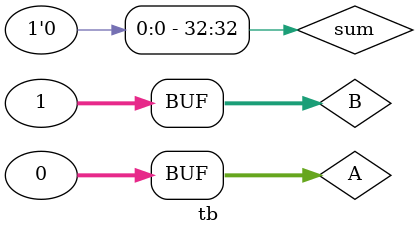
<source format=v>
module adder32bit(input [31:0]A,B,output [31:0]sum,output carry);
  assign {carry,sum}=(A+B);
  endmodule


// Code your testbench here
// or browse Examples
module tb;
  reg [31:0]A,B;
  wire [32:0]sum;
  wire carry; 
  adder32bit DUT(A,B,sum,carry);
 initial begin
   A=32'd0001; B=32'd4294967295;
   #5    A=32'd0000; B=32'd0001;
 end
   initial begin
     $monitor($time," a %b is b is %b sum is %b carry is %b ",A,B,sum[31:0],carry);
   end
  endmodule
  
  

</source>
